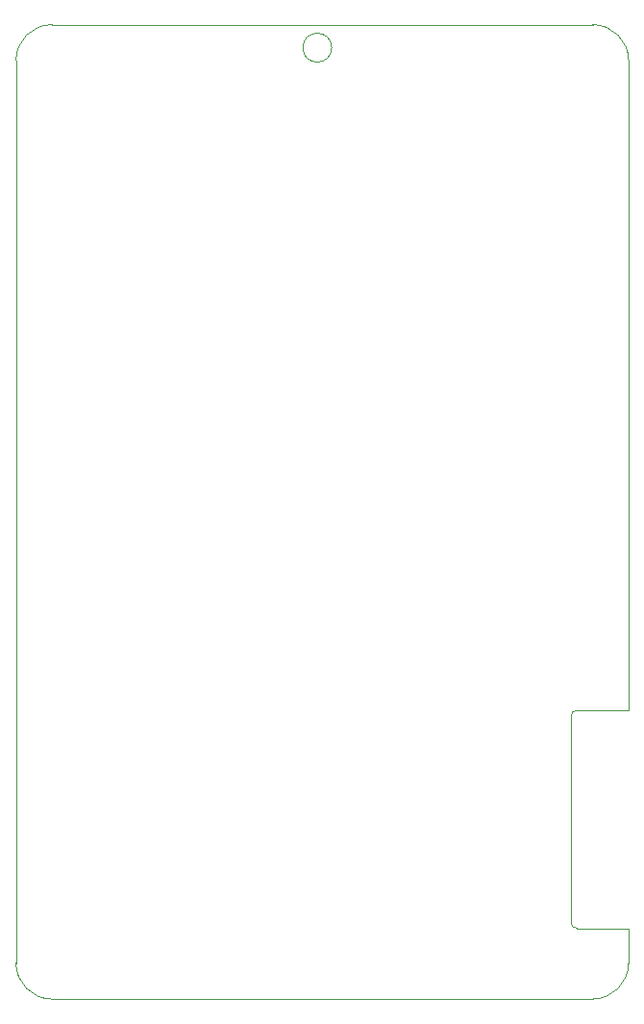
<source format=gm1>
G04 #@! TF.GenerationSoftware,KiCad,Pcbnew,6.0.11-2627ca5db0~126~ubuntu20.04.1*
G04 #@! TF.CreationDate,2023-09-26T13:38:11+05:00*
G04 #@! TF.ProjectId,33NJU23,33334e4a-5532-4332-9e6b-696361645f70,rev?*
G04 #@! TF.SameCoordinates,Original*
G04 #@! TF.FileFunction,Profile,NP*
%FSLAX46Y46*%
G04 Gerber Fmt 4.6, Leading zero omitted, Abs format (unit mm)*
G04 Created by KiCad (PCBNEW 6.0.11-2627ca5db0~126~ubuntu20.04.1) date 2023-09-26 13:38:11*
%MOMM*%
%LPD*%
G01*
G04 APERTURE LIST*
G04 #@! TA.AperFunction,Profile*
%ADD10C,0.100000*%
G04 #@! TD*
G04 #@! TA.AperFunction,Profile*
%ADD11C,0.050000*%
G04 #@! TD*
G04 APERTURE END LIST*
D10*
X33020000Y-27940000D02*
X80645000Y-27940000D01*
X29845000Y-110490000D02*
G75*
G03*
X33020000Y-113665000I3175000J0D01*
G01*
X29845000Y-110490000D02*
X29845000Y-31115000D01*
X79248000Y-88265000D02*
G75*
G03*
X78740000Y-88773000I0J-508000D01*
G01*
X78740000Y-106934000D02*
G75*
G03*
X79248000Y-107442000I508000J0D01*
G01*
X83820000Y-107442000D02*
X79248000Y-107442000D01*
X78740000Y-106934000D02*
X78740000Y-88773000D01*
X80645000Y-113665000D02*
X33020000Y-113665000D01*
X33020000Y-27940000D02*
G75*
G03*
X29845000Y-31115000I0J-3175000D01*
G01*
X83820000Y-31115000D02*
X83820000Y-88265000D01*
X83820000Y-107442000D02*
X83820000Y-110490000D01*
X83820000Y-31115000D02*
G75*
G03*
X80645000Y-27940000I-3175000J0D01*
G01*
X79248000Y-88265000D02*
X83820000Y-88265000D01*
X80645000Y-113665000D02*
G75*
G03*
X83820000Y-110490000I0J3175000D01*
G01*
D11*
X57658000Y-29972000D02*
G75*
G03*
X57658000Y-29972000I-1270000J0D01*
G01*
M02*

</source>
